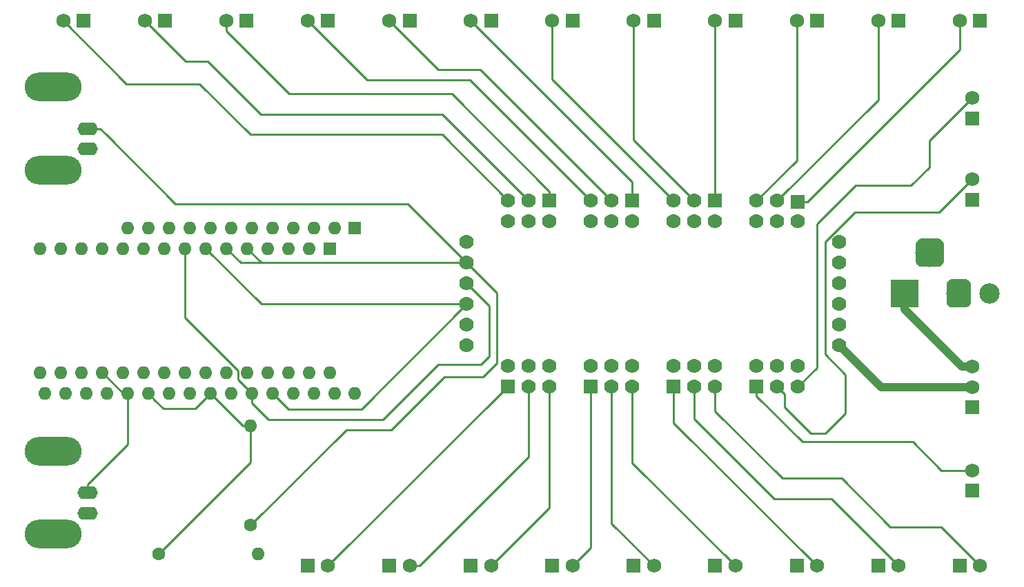
<source format=gbr>
G04 #@! TF.GenerationSoftware,KiCad,Pcbnew,(5.0.0)*
G04 #@! TF.CreationDate,2019-02-19T16:21:58+01:00*
G04 #@! TF.ProjectId,Multi Chromatic Stimulator,4D756C7469204368726F6D6174696320,rev?*
G04 #@! TF.SameCoordinates,Original*
G04 #@! TF.FileFunction,Copper,L1,Top,Signal*
G04 #@! TF.FilePolarity,Positive*
%FSLAX46Y46*%
G04 Gerber Fmt 4.6, Leading zero omitted, Abs format (unit mm)*
G04 Created by KiCad (PCBNEW (5.0.0)) date 02/19/19 16:21:58*
%MOMM*%
%LPD*%
G01*
G04 APERTURE LIST*
G04 #@! TA.AperFunction,ComponentPad*
%ADD10C,1.750000*%
G04 #@! TD*
G04 #@! TA.AperFunction,ComponentPad*
%ADD11R,1.750000X1.750000*%
G04 #@! TD*
G04 #@! TA.AperFunction,ComponentPad*
%ADD12O,1.600000X1.600000*%
G04 #@! TD*
G04 #@! TA.AperFunction,ComponentPad*
%ADD13C,1.600000*%
G04 #@! TD*
G04 #@! TA.AperFunction,ComponentPad*
%ADD14R,1.600000X1.600000*%
G04 #@! TD*
G04 #@! TA.AperFunction,ComponentPad*
%ADD15C,1.778000*%
G04 #@! TD*
G04 #@! TA.AperFunction,ComponentPad*
%ADD16R,1.778000X1.778000*%
G04 #@! TD*
G04 #@! TA.AperFunction,ComponentPad*
%ADD17O,2.499360X1.600200*%
G04 #@! TD*
G04 #@! TA.AperFunction,ComponentPad*
%ADD18O,7.000240X3.500120*%
G04 #@! TD*
G04 #@! TA.AperFunction,ComponentPad*
%ADD19C,2.500000*%
G04 #@! TD*
G04 #@! TA.AperFunction,ComponentPad*
%ADD20R,3.500000X3.500000*%
G04 #@! TD*
G04 #@! TA.AperFunction,Conductor*
%ADD21C,0.100000*%
G04 #@! TD*
G04 #@! TA.AperFunction,ComponentPad*
%ADD22C,3.000000*%
G04 #@! TD*
G04 #@! TA.AperFunction,ComponentPad*
%ADD23C,3.500000*%
G04 #@! TD*
G04 #@! TA.AperFunction,Conductor*
%ADD24C,0.250000*%
G04 #@! TD*
G04 #@! TA.AperFunction,Conductor*
%ADD25C,1.000000*%
G04 #@! TD*
G04 APERTURE END LIST*
D10*
G04 #@! TO.P,,2*
G04 #@! TO.N,Net-(J25-Pad1)*
X69500000Y-49000000D03*
D11*
G04 #@! TO.P,,1*
G04 #@! TO.N,Net-(J24-Pad1)*
X72000000Y-49000000D03*
G04 #@! TD*
D10*
G04 #@! TO.P,,2*
G04 #@! TO.N,Net-(J25-Pad1)*
X79500000Y-49000000D03*
D11*
G04 #@! TO.P,,1*
G04 #@! TO.N,Net-(J23-Pad1)*
X82000000Y-49000000D03*
G04 #@! TD*
D10*
G04 #@! TO.P,,2*
G04 #@! TO.N,Net-(J25-Pad1)*
X89500000Y-49000000D03*
D11*
G04 #@! TO.P,,1*
G04 #@! TO.N,Net-(J22-Pad1)*
X92000000Y-49000000D03*
G04 #@! TD*
D10*
G04 #@! TO.P,,2*
G04 #@! TO.N,Net-(J25-Pad1)*
X99500000Y-49000000D03*
D11*
G04 #@! TO.P,,1*
G04 #@! TO.N,Net-(J21-Pad1)*
X102000000Y-49000000D03*
G04 #@! TD*
D10*
G04 #@! TO.P,,2*
G04 #@! TO.N,Net-(J25-Pad1)*
X109500000Y-49000000D03*
D11*
G04 #@! TO.P,,1*
G04 #@! TO.N,Net-(J20-Pad1)*
X112000000Y-49000000D03*
G04 #@! TD*
D10*
G04 #@! TO.P,,2*
G04 #@! TO.N,Net-(J25-Pad1)*
X119500000Y-49000000D03*
D11*
G04 #@! TO.P,,1*
G04 #@! TO.N,Net-(J19-Pad1)*
X122000000Y-49000000D03*
G04 #@! TD*
D10*
G04 #@! TO.P,,2*
G04 #@! TO.N,Net-(J25-Pad1)*
X129500000Y-49000000D03*
D11*
G04 #@! TO.P,,1*
G04 #@! TO.N,Net-(J18-Pad1)*
X132000000Y-49000000D03*
G04 #@! TD*
D10*
G04 #@! TO.P,,2*
G04 #@! TO.N,Net-(J25-Pad1)*
X139500000Y-49000000D03*
D11*
G04 #@! TO.P,,1*
G04 #@! TO.N,Net-(J17-Pad1)*
X142000000Y-49000000D03*
G04 #@! TD*
D10*
G04 #@! TO.P,,2*
G04 #@! TO.N,Net-(J25-Pad1)*
X149500000Y-49000000D03*
D11*
G04 #@! TO.P,,1*
G04 #@! TO.N,Net-(J16-Pad1)*
X152000000Y-49000000D03*
G04 #@! TD*
D10*
G04 #@! TO.P,,2*
G04 #@! TO.N,Net-(J25-Pad1)*
X159500000Y-49000000D03*
D11*
G04 #@! TO.P,,1*
G04 #@! TO.N,Net-(J15-Pad1)*
X162000000Y-49000000D03*
G04 #@! TD*
D10*
G04 #@! TO.P,,2*
G04 #@! TO.N,Net-(J25-Pad1)*
X169500000Y-49000000D03*
D11*
G04 #@! TO.P,,1*
G04 #@! TO.N,Net-(J14-Pad1)*
X172000000Y-49000000D03*
G04 #@! TD*
D10*
G04 #@! TO.P,,2*
G04 #@! TO.N,Net-(J25-Pad1)*
X179500000Y-49000000D03*
D11*
G04 #@! TO.P,,1*
G04 #@! TO.N,Net-(J13-Pad1)*
X182000000Y-49000000D03*
G04 #@! TD*
G04 #@! TO.P,,1*
G04 #@! TO.N,Net-(J12-Pad1)*
X181000000Y-61000000D03*
D10*
G04 #@! TO.P,,2*
G04 #@! TO.N,Net-(J25-Pad1)*
X181000000Y-58500000D03*
G04 #@! TD*
D11*
G04 #@! TO.P,,1*
G04 #@! TO.N,Net-(J11-Pad1)*
X181000000Y-71000000D03*
D10*
G04 #@! TO.P,,2*
G04 #@! TO.N,Net-(J25-Pad1)*
X181000000Y-68500000D03*
G04 #@! TD*
D11*
G04 #@! TO.P,,1*
G04 #@! TO.N,Net-(J10-Pad1)*
X181000000Y-106750000D03*
D10*
G04 #@! TO.P,,2*
G04 #@! TO.N,Net-(J25-Pad1)*
X181000000Y-104250000D03*
G04 #@! TD*
G04 #@! TO.P,,2*
G04 #@! TO.N,Net-(J25-Pad1)*
X182000000Y-116000000D03*
D11*
G04 #@! TO.P,,1*
G04 #@! TO.N,Net-(J9-Pad1)*
X179500000Y-116000000D03*
G04 #@! TD*
D10*
G04 #@! TO.P,,2*
G04 #@! TO.N,Net-(J25-Pad1)*
X172000000Y-116000000D03*
D11*
G04 #@! TO.P,,1*
G04 #@! TO.N,Net-(J8-Pad1)*
X169500000Y-116000000D03*
G04 #@! TD*
D10*
G04 #@! TO.P,,2*
G04 #@! TO.N,Net-(J25-Pad1)*
X162000000Y-116000000D03*
D11*
G04 #@! TO.P,,1*
G04 #@! TO.N,Net-(J7-Pad1)*
X159500000Y-116000000D03*
G04 #@! TD*
D10*
G04 #@! TO.P,,2*
G04 #@! TO.N,Net-(J25-Pad1)*
X152000000Y-116000000D03*
D11*
G04 #@! TO.P,,1*
G04 #@! TO.N,Net-(J6-Pad1)*
X149500000Y-116000000D03*
G04 #@! TD*
D10*
G04 #@! TO.P,,2*
G04 #@! TO.N,Net-(J25-Pad1)*
X142000000Y-116000000D03*
D11*
G04 #@! TO.P,,1*
G04 #@! TO.N,Net-(J5-Pad1)*
X139500000Y-116000000D03*
G04 #@! TD*
D10*
G04 #@! TO.P,,2*
G04 #@! TO.N,Net-(J25-Pad1)*
X132000000Y-116000000D03*
D11*
G04 #@! TO.P,,1*
G04 #@! TO.N,Net-(J4-Pad1)*
X129500000Y-116000000D03*
G04 #@! TD*
D10*
G04 #@! TO.P,,2*
G04 #@! TO.N,Net-(J25-Pad1)*
X122000000Y-116000000D03*
D11*
G04 #@! TO.P,,1*
G04 #@! TO.N,Net-(J3-Pad1)*
X119500000Y-116000000D03*
G04 #@! TD*
D10*
G04 #@! TO.P,,2*
G04 #@! TO.N,Net-(J25-Pad1)*
X112000000Y-116000000D03*
D11*
G04 #@! TO.P,,1*
G04 #@! TO.N,Net-(J2-Pad1)*
X109500000Y-116000000D03*
G04 #@! TD*
G04 #@! TO.P,,1*
G04 #@! TO.N,Net-(J1-Pad1)*
X99500000Y-116000000D03*
D10*
G04 #@! TO.P,,2*
G04 #@! TO.N,Net-(J25-Pad1)*
X102000000Y-116000000D03*
G04 #@! TD*
D12*
G04 #@! TO.P,,2*
G04 #@! TO.N,GNDREF*
X93430000Y-114500000D03*
D13*
G04 #@! TO.P,,1*
G04 #@! TO.N,Net-(A1-Pad23)*
X81250000Y-114500000D03*
G04 #@! TD*
D14*
G04 #@! TO.P,,SDA/23*
G04 #@! TO.N,N/C*
X105250000Y-74500000D03*
D12*
G04 #@! TO.P,,NC*
G04 #@! TO.N,Net-(A1-Pad17)*
X72330000Y-94830000D03*
G04 #@! TO.P,,SCL/22*
G04 #@! TO.N,N/C*
X102810000Y-74500000D03*
G04 #@! TO.P,,18*
G04 #@! TO.N,GNDREF*
X74870000Y-94830000D03*
G04 #@! TO.P,,14/A6*
G04 #@! TO.N,N/C*
X100270000Y-74500000D03*
G04 #@! TO.P,,A0/26*
G04 #@! TO.N,Net-(A1-Pad19)*
X77410000Y-94830000D03*
G04 #@! TO.P,,32/A7*
G04 #@! TO.N,N/C*
X97730000Y-74500000D03*
G04 #@! TO.P,,A1/25*
G04 #@! TO.N,Net-(A1-Pad23)*
X79950000Y-94830000D03*
G04 #@! TO.P,,15/A8*
G04 #@! TO.N,N/C*
X95190000Y-74500000D03*
G04 #@! TO.P,,A2/34*
G04 #@! TO.N,Net-(A1-Pad21)*
X82490000Y-94830000D03*
G04 #@! TO.P,,33/A9*
G04 #@! TO.N,N/C*
X92650000Y-74500000D03*
G04 #@! TO.P,,A3/39*
G04 #@! TO.N,Net-(A1-Pad22)*
X85030000Y-94830000D03*
G04 #@! TO.P,,27/A10*
G04 #@! TO.N,N/C*
X90110000Y-74500000D03*
G04 #@! TO.P,,A4/36*
G04 #@! TO.N,Net-(A1-Pad23)*
X87570000Y-94830000D03*
G04 #@! TO.P,,12/A11*
G04 #@! TO.N,N/C*
X87570000Y-74500000D03*
G04 #@! TO.P,,A5/4*
G04 #@! TO.N,Net-(A1-Pad24)*
X90110000Y-94830000D03*
G04 #@! TO.P,,13/A12*
G04 #@! TO.N,N/C*
X85030000Y-74500000D03*
G04 #@! TO.P,,SCK/5*
G04 #@! TO.N,Net-(A1-Pad25)*
X92650000Y-94830000D03*
G04 #@! TO.P,,USB*
G04 #@! TO.N,N/C*
X82490000Y-74500000D03*
G04 #@! TO.P,,MOSI/18*
G04 #@! TO.N,Net-(A1-Pad26)*
X95190000Y-94830000D03*
G04 #@! TO.P,,En*
G04 #@! TO.N,N/C*
X79950000Y-74500000D03*
G04 #@! TO.P,,MISO/19*
G04 #@! TO.N,Net-(A1-Pad27)*
X97730000Y-94830000D03*
G04 #@! TO.P,,BAT*
G04 #@! TO.N,N/C*
X77410000Y-74500000D03*
G04 #@! TO.P,,RX/16*
G04 #@! TO.N,Net-(A1-Pad28)*
X100270000Y-94830000D03*
G04 #@! TO.P,,TX/17*
G04 #@! TO.N,N/C*
X102810000Y-94830000D03*
G04 #@! TO.P,,21*
G04 #@! TO.N,Net-(A1-Pad30)*
X105250000Y-94830000D03*
G04 #@! TO.P,,3V*
G04 #@! TO.N,Net-(A1-Pad16)*
X69790000Y-94830000D03*
G04 #@! TO.P,,RST*
G04 #@! TO.N,N/C*
X67250000Y-94830000D03*
G04 #@! TD*
D15*
G04 #@! TO.P,,25*
G04 #@! TO.N,Net-(J21-Pad1)*
X134255000Y-73660000D03*
G04 #@! TO.P,,*
G04 #@! TO.N,Net-(J25-Pad1)*
X134255000Y-71120000D03*
G04 #@! TO.P,,26*
G04 #@! TO.N,Net-(J22-Pad1)*
X129175000Y-73660000D03*
G04 #@! TO.P,,*
G04 #@! TO.N,Net-(J25-Pad1)*
X126635000Y-71120000D03*
G04 #@! TO.P,,27*
G04 #@! TO.N,Net-(J23-Pad1)*
X126635000Y-73660000D03*
G04 #@! TO.P,,*
G04 #@! TO.N,Net-(J25-Pad1)*
X124095000Y-71120000D03*
G04 #@! TO.P,,28*
G04 #@! TO.N,Net-(J24-Pad1)*
X124095000Y-73660000D03*
G04 #@! TO.P,,*
G04 #@! TO.N,Net-(J25-Pad1)*
X136795000Y-71120000D03*
G04 #@! TO.P,,24*
G04 #@! TO.N,Net-(J20-Pad1)*
X136795000Y-73660000D03*
G04 #@! TO.P,,23*
G04 #@! TO.N,Net-(J19-Pad1)*
X139335000Y-73660000D03*
G04 #@! TO.P,,*
G04 #@! TO.N,Net-(J25-Pad1)*
X146955000Y-71120000D03*
X144415000Y-71120000D03*
G04 #@! TO.P,,22*
G04 #@! TO.N,Net-(J18-Pad1)*
X144415000Y-73660000D03*
G04 #@! TO.P,,21*
G04 #@! TO.N,Net-(J17-Pad1)*
X146955000Y-73660000D03*
G04 #@! TO.P,,20*
G04 #@! TO.N,Net-(J16-Pad1)*
X149495000Y-73660000D03*
G04 #@! TO.P,,19*
G04 #@! TO.N,Net-(J15-Pad1)*
X154575000Y-73660000D03*
G04 #@! TO.P,,*
G04 #@! TO.N,Net-(J25-Pad1)*
X154575000Y-71120000D03*
X157115000Y-71120000D03*
G04 #@! TO.P,,18*
G04 #@! TO.N,Net-(J14-Pad1)*
X157115000Y-73660000D03*
G04 #@! TO.P,,17*
G04 #@! TO.N,Net-(J13-Pad1)*
X159655000Y-73660000D03*
G04 #@! TO.P,,16*
G04 #@! TO.N,Net-(J12-Pad1)*
X159655000Y-91440000D03*
G04 #@! TO.P,,*
G04 #@! TO.N,Net-(J25-Pad1)*
X159655000Y-93980000D03*
X157115000Y-93980000D03*
G04 #@! TO.P,,15*
G04 #@! TO.N,Net-(J11-Pad1)*
X157115000Y-91440000D03*
G04 #@! TO.P,,14*
G04 #@! TO.N,Net-(J10-Pad1)*
X154575000Y-91440000D03*
G04 #@! TO.P,,*
G04 #@! TO.N,Net-(J25-Pad1)*
X149495000Y-93980000D03*
X146955000Y-93980000D03*
G04 #@! TO.P,,13*
G04 #@! TO.N,Net-(J9-Pad1)*
X149495000Y-91440000D03*
G04 #@! TO.P,,12*
G04 #@! TO.N,Net-(J8-Pad1)*
X146955000Y-91440000D03*
G04 #@! TO.P,,11*
G04 #@! TO.N,Net-(J7-Pad1)*
X144415000Y-91440000D03*
D16*
G04 #@! TO.P,,*
G04 #@! TO.N,Net-(J25-Pad1)*
X129175000Y-71120000D03*
X139335000Y-71120000D03*
X149495000Y-71120000D03*
X159655000Y-71250000D03*
X154575000Y-93980000D03*
X144415000Y-93980000D03*
D15*
X139335000Y-93980000D03*
X136795000Y-93980000D03*
D16*
X134255000Y-93980000D03*
D15*
G04 #@! TO.P,,10*
G04 #@! TO.N,Net-(J6-Pad1)*
X139335000Y-91440000D03*
G04 #@! TO.P,,9*
G04 #@! TO.N,Net-(J5-Pad1)*
X136795000Y-91440000D03*
G04 #@! TO.P,,8*
G04 #@! TO.N,Net-(J4-Pad1)*
X134255000Y-91440000D03*
G04 #@! TO.P,,*
G04 #@! TO.N,Net-(J25-Pad1)*
X129175000Y-93980000D03*
X126635000Y-93980000D03*
D16*
X124095000Y-93980000D03*
D15*
G04 #@! TO.P,,7*
G04 #@! TO.N,Net-(J3-Pad1)*
X129175000Y-91440000D03*
G04 #@! TO.P,,6*
G04 #@! TO.N,Net-(J2-Pad1)*
X126635000Y-91440000D03*
G04 #@! TO.P,,5*
G04 #@! TO.N,Net-(J1-Pad1)*
X124095000Y-91440000D03*
G04 #@! TO.P,,30*
G04 #@! TO.N,Net-(A1-Pad30)*
X119015000Y-76200000D03*
G04 #@! TO.P,,2*
G04 #@! TO.N,Net-(A1-Pad23)*
X119015000Y-78740000D03*
G04 #@! TO.P,,3*
G04 #@! TO.N,Net-(A1-Pad25)*
X119015000Y-81280000D03*
G04 #@! TO.P,,4*
G04 #@! TO.N,Net-(A1-Pad26)*
X119015000Y-83820000D03*
G04 #@! TO.P,,1*
G04 #@! TO.N,GNDREF*
X119015000Y-86370000D03*
G04 #@! TO.P,,32*
G04 #@! TO.N,Net-(J25-Pad1)*
X119015000Y-88890000D03*
X164735000Y-88900000D03*
G04 #@! TO.P,,*
G04 #@! TO.N,GNDREF*
X164735000Y-86360000D03*
G04 #@! TO.N,*
X164735000Y-83820000D03*
X164735000Y-81280000D03*
X164735000Y-78740000D03*
X164735000Y-76200000D03*
G04 #@! TD*
D17*
G04 #@! TO.P,,2*
G04 #@! TO.N,GNDREF*
X72501260Y-64749360D03*
G04 #@! TO.P,,1*
G04 #@! TO.N,Net-(A1-Pad23)*
X72501260Y-62250000D03*
D18*
G04 #@! TO.P,,2*
G04 #@! TO.N,GNDREF*
X68236600Y-57149680D03*
X68236600Y-67347780D03*
G04 #@! TD*
D19*
G04 #@! TO.P,J2,4*
G04 #@! TO.N,N/C*
X183175000Y-82500000D03*
D20*
G04 #@! TO.P,J2,1*
G04 #@! TO.N,Net-(J25-Pad1)*
X172775000Y-82500000D03*
D21*
G04 #@! TD*
G04 #@! TO.N,GNDREF*
G04 #@! TO.C,J2*
G36*
X180198513Y-80753611D02*
X180271318Y-80764411D01*
X180342714Y-80782295D01*
X180412013Y-80807090D01*
X180478548Y-80838559D01*
X180541678Y-80876398D01*
X180600795Y-80920242D01*
X180655330Y-80969670D01*
X180704758Y-81024205D01*
X180748602Y-81083322D01*
X180786441Y-81146452D01*
X180817910Y-81212987D01*
X180842705Y-81282286D01*
X180860589Y-81353682D01*
X180871389Y-81426487D01*
X180875000Y-81500000D01*
X180875000Y-83500000D01*
X180871389Y-83573513D01*
X180860589Y-83646318D01*
X180842705Y-83717714D01*
X180817910Y-83787013D01*
X180786441Y-83853548D01*
X180748602Y-83916678D01*
X180704758Y-83975795D01*
X180655330Y-84030330D01*
X180600795Y-84079758D01*
X180541678Y-84123602D01*
X180478548Y-84161441D01*
X180412013Y-84192910D01*
X180342714Y-84217705D01*
X180271318Y-84235589D01*
X180198513Y-84246389D01*
X180125000Y-84250000D01*
X178625000Y-84250000D01*
X178551487Y-84246389D01*
X178478682Y-84235589D01*
X178407286Y-84217705D01*
X178337987Y-84192910D01*
X178271452Y-84161441D01*
X178208322Y-84123602D01*
X178149205Y-84079758D01*
X178094670Y-84030330D01*
X178045242Y-83975795D01*
X178001398Y-83916678D01*
X177963559Y-83853548D01*
X177932090Y-83787013D01*
X177907295Y-83717714D01*
X177889411Y-83646318D01*
X177878611Y-83573513D01*
X177875000Y-83500000D01*
X177875000Y-81500000D01*
X177878611Y-81426487D01*
X177889411Y-81353682D01*
X177907295Y-81282286D01*
X177932090Y-81212987D01*
X177963559Y-81146452D01*
X178001398Y-81083322D01*
X178045242Y-81024205D01*
X178094670Y-80969670D01*
X178149205Y-80920242D01*
X178208322Y-80876398D01*
X178271452Y-80838559D01*
X178337987Y-80807090D01*
X178407286Y-80782295D01*
X178478682Y-80764411D01*
X178551487Y-80753611D01*
X178625000Y-80750000D01*
X180125000Y-80750000D01*
X180198513Y-80753611D01*
X180198513Y-80753611D01*
G37*
D22*
G04 #@! TO.P,J2,2*
G04 #@! TO.N,GNDREF*
X179375000Y-82500000D03*
D21*
G04 #@! TD*
G04 #@! TO.N,GNDREF*
G04 #@! TO.C,J2*
G36*
X176785765Y-75754213D02*
X176870704Y-75766813D01*
X176953999Y-75787677D01*
X177034848Y-75816605D01*
X177112472Y-75853319D01*
X177186124Y-75897464D01*
X177255094Y-75948616D01*
X177318718Y-76006282D01*
X177376384Y-76069906D01*
X177427536Y-76138876D01*
X177471681Y-76212528D01*
X177508395Y-76290152D01*
X177537323Y-76371001D01*
X177558187Y-76454296D01*
X177570787Y-76539235D01*
X177575000Y-76625000D01*
X177575000Y-78375000D01*
X177570787Y-78460765D01*
X177558187Y-78545704D01*
X177537323Y-78628999D01*
X177508395Y-78709848D01*
X177471681Y-78787472D01*
X177427536Y-78861124D01*
X177376384Y-78930094D01*
X177318718Y-78993718D01*
X177255094Y-79051384D01*
X177186124Y-79102536D01*
X177112472Y-79146681D01*
X177034848Y-79183395D01*
X176953999Y-79212323D01*
X176870704Y-79233187D01*
X176785765Y-79245787D01*
X176700000Y-79250000D01*
X174950000Y-79250000D01*
X174864235Y-79245787D01*
X174779296Y-79233187D01*
X174696001Y-79212323D01*
X174615152Y-79183395D01*
X174537528Y-79146681D01*
X174463876Y-79102536D01*
X174394906Y-79051384D01*
X174331282Y-78993718D01*
X174273616Y-78930094D01*
X174222464Y-78861124D01*
X174178319Y-78787472D01*
X174141605Y-78709848D01*
X174112677Y-78628999D01*
X174091813Y-78545704D01*
X174079213Y-78460765D01*
X174075000Y-78375000D01*
X174075000Y-76625000D01*
X174079213Y-76539235D01*
X174091813Y-76454296D01*
X174112677Y-76371001D01*
X174141605Y-76290152D01*
X174178319Y-76212528D01*
X174222464Y-76138876D01*
X174273616Y-76069906D01*
X174331282Y-76006282D01*
X174394906Y-75948616D01*
X174463876Y-75897464D01*
X174537528Y-75853319D01*
X174615152Y-75816605D01*
X174696001Y-75787677D01*
X174779296Y-75766813D01*
X174864235Y-75754213D01*
X174950000Y-75750000D01*
X176700000Y-75750000D01*
X176785765Y-75754213D01*
X176785765Y-75754213D01*
G37*
D23*
G04 #@! TO.P,J2,3*
G04 #@! TO.N,GNDREF*
X175825000Y-77500000D03*
G04 #@! TD*
D18*
G04 #@! TO.P,,2*
G04 #@! TO.N,GNDREF*
X68236600Y-112097780D03*
X68236600Y-101899680D03*
D17*
G04 #@! TO.P,,1*
G04 #@! TO.N,Net-(A1-Pad19)*
X72501260Y-107000000D03*
G04 #@! TO.P,,2*
G04 #@! TO.N,GNDREF*
X72501260Y-109499360D03*
G04 #@! TD*
D12*
G04 #@! TO.P,,D13*
G04 #@! TO.N,N/C*
X66690000Y-92240000D03*
G04 #@! TO.P,,D12*
X66690000Y-77000000D03*
G04 #@! TO.P,,Vin*
X102250000Y-92240000D03*
G04 #@! TO.P,,D11*
X69230000Y-77000000D03*
G04 #@! TO.P,,GND*
G04 #@! TO.N,GNDREF*
X99710000Y-92240000D03*
G04 #@! TO.P,,D10*
G04 #@! TO.N,N/C*
X71770000Y-77000000D03*
G04 #@! TO.P,,RST*
X97170000Y-92240000D03*
G04 #@! TO.P,,D9*
X74310000Y-77000000D03*
G04 #@! TO.P,,5V*
X94630000Y-92240000D03*
G04 #@! TO.P,,D8*
X76850000Y-77000000D03*
G04 #@! TO.P,,A7*
X92090000Y-92240000D03*
G04 #@! TO.P,,D7*
X79390000Y-77000000D03*
G04 #@! TO.P,,A6*
X89550000Y-92240000D03*
G04 #@! TO.P,,D6*
G04 #@! TO.N,Net-(A1-Pad30)*
X81930000Y-77000000D03*
G04 #@! TO.P,,A5*
G04 #@! TO.N,N/C*
X87010000Y-92240000D03*
G04 #@! TO.P,,D5*
G04 #@! TO.N,Net-(A1-Pad25)*
X84470000Y-77000000D03*
G04 #@! TO.P,,A4*
G04 #@! TO.N,N/C*
X84470000Y-92240000D03*
G04 #@! TO.P,,D4*
G04 #@! TO.N,Net-(A1-Pad26)*
X87010000Y-77000000D03*
G04 #@! TO.P,,A3*
G04 #@! TO.N,N/C*
X81930000Y-92240000D03*
G04 #@! TO.P,,D3*
G04 #@! TO.N,Net-(A1-Pad23)*
X89550000Y-77000000D03*
G04 #@! TO.P,,A2*
G04 #@! TO.N,N/C*
X79390000Y-92240000D03*
G04 #@! TO.P,,D2*
G04 #@! TO.N,Net-(A1-Pad23)*
X92090000Y-77000000D03*
G04 #@! TO.P,,A1*
G04 #@! TO.N,N/C*
X76850000Y-92240000D03*
G04 #@! TO.P,,GND*
G04 #@! TO.N,GNDREF*
X94630000Y-77000000D03*
G04 #@! TO.P,,A0*
G04 #@! TO.N,Net-(A1-Pad19)*
X74310000Y-92240000D03*
G04 #@! TO.P,,RST*
G04 #@! TO.N,N/C*
X97170000Y-77000000D03*
G04 #@! TO.P,,REF*
X71770000Y-92240000D03*
G04 #@! TO.P,,RX0*
X99710000Y-77000000D03*
G04 #@! TO.P,,3V3*
X69230000Y-92240000D03*
D14*
G04 #@! TO.P,,TX1*
X102250000Y-77000000D03*
G04 #@! TD*
D13*
G04 #@! TO.P,,1*
G04 #@! TO.N,Net-(A1-Pad23)*
X92500000Y-111000000D03*
D12*
G04 #@! TO.P,,2*
X92500000Y-98820000D03*
G04 #@! TD*
D11*
G04 #@! TO.P,,1*
G04 #@! TO.N,GNDREF*
X181000000Y-96500000D03*
D10*
G04 #@! TO.P,,2*
G04 #@! TO.N,Net-(J25-Pad1)*
X181000000Y-94000000D03*
G04 #@! TO.P,,3*
X181000000Y-91500000D03*
G04 #@! TD*
D24*
G04 #@! TO.N,Net-(A1-Pad19)*
X77410000Y-101041160D02*
X77410000Y-94830000D01*
X72501260Y-107000000D02*
X72501260Y-105949900D01*
X72501260Y-105949900D02*
X77410000Y-101041160D01*
X76900000Y-94830000D02*
X77410000Y-94830000D01*
X74310000Y-92240000D02*
X76900000Y-94830000D01*
G04 #@! TO.N,Net-(A1-Pad23)*
X74000940Y-62250000D02*
X74750000Y-62999060D01*
X72501260Y-62250000D02*
X74000940Y-62250000D01*
X105000000Y-78740000D02*
X119015000Y-78740000D01*
X74750000Y-62999060D02*
X74750000Y-63000000D01*
X74750000Y-63000000D02*
X83250000Y-71500000D01*
X111775000Y-71500000D02*
X119015000Y-78740000D01*
X83250000Y-71500000D02*
X111775000Y-71500000D01*
X89550000Y-77000000D02*
X91290000Y-78740000D01*
X103660000Y-78740000D02*
X104000000Y-78740000D01*
X104000000Y-78740000D02*
X105000000Y-78740000D01*
X104250000Y-99250000D02*
X92500000Y-111000000D01*
X122700009Y-82425009D02*
X122700009Y-91038269D01*
X119015000Y-78740000D02*
X122700009Y-82425009D01*
X122700009Y-91038269D02*
X120988278Y-92750000D01*
X120988278Y-92750000D02*
X116250000Y-92750000D01*
X116250000Y-92750000D02*
X109750000Y-99250000D01*
X109750000Y-99250000D02*
X104250000Y-99250000D01*
X91560000Y-98820000D02*
X92500000Y-98820000D01*
X87570000Y-94830000D02*
X91560000Y-98820000D01*
X91630001Y-104119999D02*
X81250000Y-114500000D01*
X92500000Y-103250000D02*
X91630001Y-104119999D01*
X92500000Y-98820000D02*
X92500000Y-103250000D01*
X93830000Y-78740000D02*
X94250000Y-78740000D01*
X92090000Y-77000000D02*
X93830000Y-78740000D01*
X91290000Y-78740000D02*
X94250000Y-78740000D01*
X94250000Y-78740000D02*
X104000000Y-78740000D01*
X85700000Y-96700000D02*
X87570000Y-94830000D01*
X81800000Y-96700000D02*
X85700000Y-96700000D01*
X80749999Y-95649999D02*
X81800000Y-96700000D01*
X79950000Y-94830000D02*
X80749999Y-95629999D01*
X80749999Y-95629999D02*
X80749999Y-95649999D01*
G04 #@! TO.N,Net-(A1-Pad25)*
X91850001Y-94030001D02*
X92650000Y-94830000D01*
X90964999Y-93144999D02*
X91850001Y-94030001D01*
X90964999Y-91989997D02*
X90964999Y-93144999D01*
X84470000Y-85494998D02*
X90964999Y-91989997D01*
X84470000Y-77000000D02*
X84470000Y-85494998D01*
X92650000Y-95961370D02*
X92650000Y-94830000D01*
X94688630Y-98000000D02*
X92650000Y-95961370D01*
X119015000Y-81280000D02*
X121750000Y-84015000D01*
X121750000Y-84015000D02*
X121750000Y-90250000D01*
X121750000Y-90250000D02*
X120750000Y-91250000D01*
X120750000Y-91250000D02*
X115500000Y-91250000D01*
X115500000Y-91250000D02*
X108750000Y-98000000D01*
X108750000Y-98000000D02*
X94688630Y-98000000D01*
G04 #@! TO.N,Net-(A1-Pad26)*
X106200000Y-83820000D02*
X119015000Y-83820000D01*
X95190000Y-94830000D02*
X97110000Y-96750000D01*
X106085000Y-96750000D02*
X119015000Y-83820000D01*
X97110000Y-96750000D02*
X106085000Y-96750000D01*
X93830000Y-83820000D02*
X106200000Y-83820000D01*
X87010000Y-77000000D02*
X93830000Y-83820000D01*
G04 #@! TO.N,Net-(J25-Pad1)*
X146500000Y-70665000D02*
X146955000Y-71120000D01*
D25*
X179775000Y-91500000D02*
X181000000Y-91500000D01*
X172775000Y-84500000D02*
X179775000Y-91500000D01*
X172775000Y-82500000D02*
X172775000Y-84500000D01*
X169835000Y-94000000D02*
X164735000Y-88900000D01*
X181000000Y-94000000D02*
X169835000Y-94000000D01*
D24*
X124020000Y-93980000D02*
X124095000Y-93980000D01*
X102000000Y-116000000D02*
X124020000Y-93980000D01*
X126635000Y-95237235D02*
X126635000Y-93980000D01*
X126635000Y-102602436D02*
X126635000Y-95237235D01*
X113237436Y-116000000D02*
X126635000Y-102602436D01*
X112000000Y-116000000D02*
X113237436Y-116000000D01*
X129175000Y-108825000D02*
X122000000Y-116000000D01*
X129175000Y-93980000D02*
X129175000Y-108825000D01*
X134255000Y-113745000D02*
X132000000Y-116000000D01*
X134255000Y-93980000D02*
X134255000Y-113745000D01*
X136795000Y-110795000D02*
X142000000Y-116000000D01*
X136795000Y-93980000D02*
X136795000Y-110795000D01*
X139335000Y-103335000D02*
X152000000Y-116000000D01*
X139335000Y-93980000D02*
X139335000Y-103335000D01*
X144415000Y-98415000D02*
X162000000Y-116000000D01*
X144415000Y-93980000D02*
X144415000Y-98415000D01*
X146955000Y-93980000D02*
X146955000Y-97955000D01*
X146955000Y-97955000D02*
X156750000Y-107750000D01*
X163750000Y-107750000D02*
X172000000Y-116000000D01*
X156750000Y-107750000D02*
X163750000Y-107750000D01*
X149495000Y-93980000D02*
X149495000Y-96995000D01*
X149495000Y-96995000D02*
X157750000Y-105250000D01*
X157750000Y-105250000D02*
X165000000Y-105250000D01*
X165000000Y-105250000D02*
X171000000Y-111250000D01*
X177250000Y-111250000D02*
X182000000Y-116000000D01*
X171000000Y-111250000D02*
X177250000Y-111250000D01*
X154575000Y-95119000D02*
X160206000Y-100750000D01*
X154575000Y-93980000D02*
X154575000Y-95119000D01*
X160206000Y-100750000D02*
X173750000Y-100750000D01*
X177250000Y-104250000D02*
X181000000Y-104250000D01*
X173750000Y-100750000D02*
X177250000Y-104250000D01*
X69500000Y-49000000D02*
X77250000Y-56750000D01*
X77250000Y-56750000D02*
X86250000Y-56750000D01*
X86250000Y-56750000D02*
X92500000Y-63000000D01*
X115975000Y-63000000D02*
X124095000Y-71120000D01*
X92500000Y-63000000D02*
X115975000Y-63000000D01*
X84500000Y-54000000D02*
X87250000Y-54000000D01*
X79500000Y-49000000D02*
X84500000Y-54000000D01*
X87250000Y-54000000D02*
X93750000Y-60500000D01*
X116015000Y-60500000D02*
X126635000Y-71120000D01*
X93750000Y-60500000D02*
X116015000Y-60500000D01*
X129175000Y-69981000D02*
X129175000Y-71120000D01*
X117194000Y-58000000D02*
X129175000Y-69981000D01*
X97250000Y-58000000D02*
X117194000Y-58000000D01*
X89500000Y-50250000D02*
X97250000Y-58000000D01*
X89500000Y-49000000D02*
X89500000Y-50250000D01*
X99500000Y-49000000D02*
X106750000Y-56250000D01*
X119385000Y-56250000D02*
X134255000Y-71120000D01*
X106750000Y-56250000D02*
X119385000Y-56250000D01*
X120675000Y-55000000D02*
X136795000Y-71120000D01*
X109500000Y-49000000D02*
X115500000Y-55000000D01*
X115500000Y-55000000D02*
X120675000Y-55000000D01*
X139335000Y-68835000D02*
X139335000Y-71120000D01*
X119500000Y-49000000D02*
X139335000Y-68835000D01*
X129500000Y-56205000D02*
X144415000Y-71120000D01*
X129500000Y-49000000D02*
X129500000Y-56205000D01*
X139500000Y-63665000D02*
X146955000Y-71120000D01*
X139500000Y-49000000D02*
X139500000Y-63665000D01*
X149500000Y-71115000D02*
X149495000Y-71120000D01*
X149500000Y-49000000D02*
X149500000Y-71115000D01*
X159500000Y-66195000D02*
X154575000Y-71120000D01*
X159500000Y-49000000D02*
X159500000Y-66195000D01*
X169500000Y-58735000D02*
X157115000Y-71120000D01*
X169500000Y-49000000D02*
X169500000Y-58735000D01*
X160794000Y-71250000D02*
X159655000Y-71250000D01*
X179500000Y-52544000D02*
X160794000Y-71250000D01*
X179500000Y-49000000D02*
X179500000Y-52544000D01*
X177000000Y-72500000D02*
X181000000Y-68500000D01*
X163000000Y-76138278D02*
X166638278Y-72500000D01*
X165500000Y-92500000D02*
X163000000Y-90000000D01*
X158003999Y-94868999D02*
X158003999Y-96503999D01*
X157115000Y-93980000D02*
X158003999Y-94868999D01*
X163000000Y-90000000D02*
X163000000Y-76138278D01*
X158003999Y-96503999D02*
X161250000Y-99750000D01*
X161250000Y-99750000D02*
X163000000Y-99750000D01*
X163000000Y-99750000D02*
X165500000Y-97250000D01*
X166638278Y-72500000D02*
X177000000Y-72500000D01*
X165500000Y-97250000D02*
X165500000Y-92500000D01*
X159655000Y-93980000D02*
X162000000Y-91635000D01*
X162000000Y-91635000D02*
X162000000Y-74000000D01*
X162000000Y-74000000D02*
X166750000Y-69250000D01*
X166750000Y-69250000D02*
X173500000Y-69250000D01*
X173500000Y-69250000D02*
X175750000Y-67000000D01*
X175750000Y-63750000D02*
X181000000Y-58500000D01*
X175750000Y-67000000D02*
X175750000Y-63750000D01*
G04 #@! TD*
M02*

</source>
